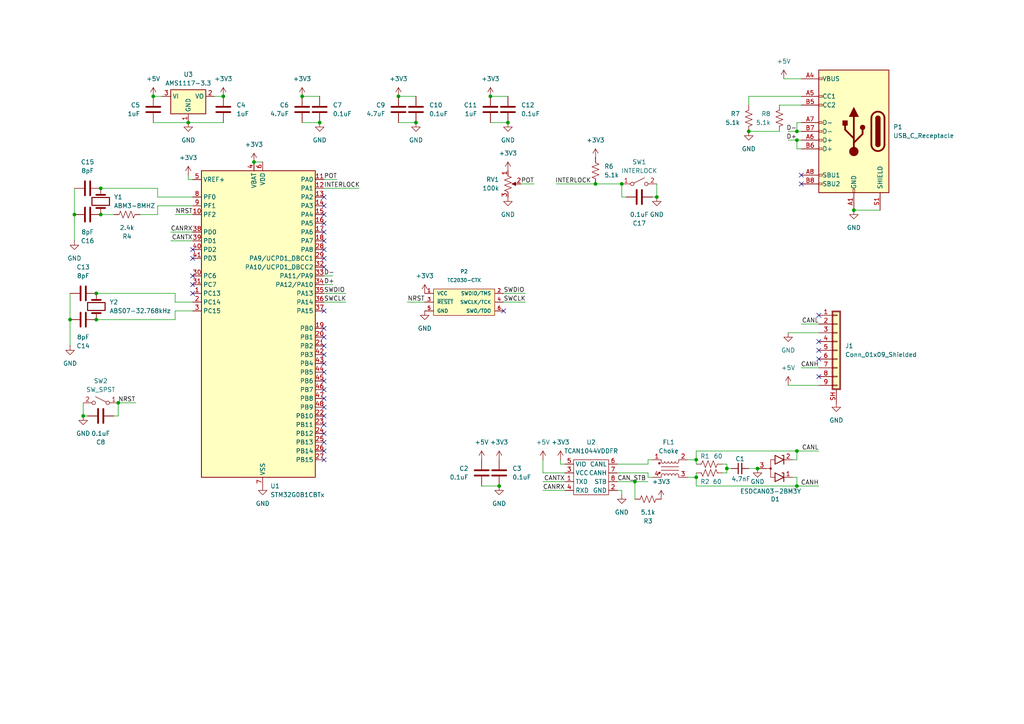
<source format=kicad_sch>
(kicad_sch (version 20231120) (generator "eeschema") (generator_version "8.0")
  (paper "A4")
  (title_block (title "Railspeeder Throttle Controller") (rev "v1") (company "UCSC Slugbotics") (comment 1 "::<>"))
  (lib_symbols
    (symbol "BlazeMicro:TC2030-CTX" (pin_names (offset 1.016))
      (property "Reference" "P" (at -1.27 -5.08 0))
      (property "Value" "TC2030-CTX" (at 0 5.08 0))
      (symbol "TC2030-CTX_0_1"
        (rectangle (start 8.89 3.81) (end -8.89 -3.81) (fill (type background)))
      )
      (symbol "TC2030-CTX_1_1"
        (pin passive line (at -11.43 2.54 0) (length 2.54) (name "VCC") (number "1"))
        (pin passive line (at 11.43 2.54 180) (length 2.54) (name "SWDIO/TMS") (number "2"))
        (pin passive line (at -11.43 0 0) (length 2.54) (name "~{RESET}") (number "3"))
        (pin passive line (at 11.43 0 180) (length 2.54) (name "SWCLK/TCK") (number "4"))
        (pin passive line (at -11.43 -2.54 0) (length 2.54) (name "GND") (number "5"))
        (pin passive line (at 11.43 -2.54 180) (length 2.54) (name "SWO/TDO") (number "6"))
      )
    )
    (symbol "Blaze_Lib:TCAN1044"
      (property "Reference" "U" (at 0 8.636 0))
      (property "Value" "TCAN1044VDDFR" (at -0.254 6.604 0))
      (symbol "TCAN1044_0_0"
        (pin output line (at -7.62 -1.27 0) (length 2.54) (name "TXD") (number "1"))
        (pin passive line (at 7.62 -3.81 180) (length 2.54) (name "GND") (number "2"))
        (pin power_in line (at -7.62 1.27 0) (length 2.54) (name "VCC") (number "3"))
        (pin input line (at -7.62 -3.81 0) (length 2.54) (name "RXD") (number "4"))
        (pin power_in line (at -7.62 3.81 0) (length 2.54) (name "VIO") (number "5"))
        (pin bidirectional line (at 7.62 3.81 180) (length 2.54) (name "CANL") (number "6"))
        (pin bidirectional line (at 7.62 1.27 180) (length 2.54) (name "CANH") (number "7"))
        (pin input line (at 7.62 -1.27 180) (length 2.54) (name "STB") (number "8"))
      )
      (symbol "TCAN1044_0_1"
        (rectangle (start -5.08 5.08) (end 5.08 -5.08))
      )
    )
    (symbol "Connector:USB_C_Receptacle_USB2.0_16P" (pin_names (offset 1.016))
      (property "Reference" "J" (at 0 22.225 0))
      (property "Value" "USB_C_Receptacle_USB2.0_16P" (at 0 19.685 0))
      (symbol "USB_C_Receptacle_USB2.0_16P_0_0"
        (rectangle (start -0.254 -17.78) (end 0.254 -16.764))
        (rectangle (start 10.16 -14.986) (end 9.144 -15.494))
        (rectangle (start 10.16 -12.446) (end 9.144 -12.954))
        (rectangle (start 10.16 -4.826) (end 9.144 -5.334))
        (rectangle (start 10.16 -2.286) (end 9.144 -2.794))
        (rectangle (start 10.16 0.254) (end 9.144 -0.254))
        (rectangle (start 10.16 2.794) (end 9.144 2.286))
        (rectangle (start 10.16 7.874) (end 9.144 7.366))
        (rectangle (start 10.16 10.414) (end 9.144 9.906))
        (rectangle (start 10.16 15.494) (end 9.144 14.986))
      )
      (symbol "USB_C_Receptacle_USB2.0_16P_0_1"
        (rectangle (start -10.16 17.78) (end 10.16 -17.78) (stroke (width 0.254)) (fill (type background)))
        (arc (start -8.89 -3.81) (mid -6.985 -5.7067) (end -5.08 -3.81) (stroke (width 0.508)))
        (arc (start -7.62 -3.81) (mid -6.985 -4.4423) (end -6.35 -3.81) (stroke (width 0.254)))
        (arc (start -7.62 -3.81) (mid -6.985 -4.4423) (end -6.35 -3.81) (stroke (width 0.254)) (fill (type outline)))
        (rectangle (start -7.62 -3.81) (end -6.35 3.81) (stroke (width 0.254)) (fill (type outline)))
        (arc (start -6.35 3.81) (mid -6.985 4.4423) (end -7.62 3.81) (stroke (width 0.254)))
        (arc (start -6.35 3.81) (mid -6.985 4.4423) (end -7.62 3.81) (stroke (width 0.254)) (fill (type outline)))
        (arc (start -5.08 3.81) (mid -6.985 5.7067) (end -8.89 3.81) (stroke (width 0.508)))
        (circle (center -2.54 1.143) (radius 0.635) (stroke (width 0.254)) (fill (type outline)))
        (circle (center 0 -5.842) (radius 1.27) (fill (type outline)))
        (polyline (pts (xy -8.89 -3.81) (xy -8.89 3.81)) (stroke (width 0.508)))
        (polyline (pts (xy -5.08 3.81) (xy -5.08 -3.81)) (stroke (width 0.508)))
        (polyline (pts (xy 0 -5.842) (xy 0 4.318)) (stroke (width 0.508)))
        (polyline (pts (xy 0 -3.302) (xy -2.54 -0.762) (xy -2.54 0.508)) (stroke (width 0.508)))
        (polyline (pts (xy 0 -2.032) (xy 2.54 0.508) (xy 2.54 1.778)) (stroke (width 0.508)))
        (polyline (pts (xy -1.27 4.318) (xy 0 6.858) (xy 1.27 4.318) (xy -1.27 4.318)) (stroke (width 0.254)) (fill (type outline)))
        (rectangle (start 1.905 1.778) (end 3.175 3.048) (stroke (width 0.254)) (fill (type outline)))
      )
      (symbol "USB_C_Receptacle_USB2.0_16P_1_1"
        (pin passive line (at 0 -22.86 90) (length 5.08) (name "GND") (number "A1"))
        (pin passive line (at 0 -22.86 90) (length 5.08) hide (name "GND") (number "A12"))
        (pin passive line (at 15.24 15.24 180) (length 5.08) (name "VBUS") (number "A4"))
        (pin bidirectional line (at 15.24 10.16 180) (length 5.08) (name "CC1") (number "A5"))
        (pin bidirectional line (at 15.24 -2.54 180) (length 5.08) (name "D+") (number "A6"))
        (pin bidirectional line (at 15.24 2.54 180) (length 5.08) (name "D-") (number "A7"))
        (pin bidirectional line (at 15.24 -12.7 180) (length 5.08) (name "SBU1") (number "A8"))
        (pin passive line (at 15.24 15.24 180) (length 5.08) hide (name "VBUS") (number "A9"))
        (pin passive line (at 0 -22.86 90) (length 5.08) hide (name "GND") (number "B1"))
        (pin passive line (at 0 -22.86 90) (length 5.08) hide (name "GND") (number "B12"))
        (pin passive line (at 15.24 15.24 180) (length 5.08) hide (name "VBUS") (number "B4"))
        (pin bidirectional line (at 15.24 7.62 180) (length 5.08) (name "CC2") (number "B5"))
        (pin bidirectional line (at 15.24 -5.08 180) (length 5.08) (name "D+") (number "B6"))
        (pin bidirectional line (at 15.24 0 180) (length 5.08) (name "D-") (number "B7"))
        (pin bidirectional line (at 15.24 -15.24 180) (length 5.08) (name "SBU2") (number "B8"))
        (pin passive line (at 15.24 15.24 180) (length 5.08) hide (name "VBUS") (number "B9"))
        (pin passive line (at -7.62 -22.86 90) (length 5.08) (name "SHIELD") (number "S1"))
      )
    )
    (symbol "Connector_Generic_Shielded:Conn_01x09_Shielded" (pin_names (offset 1.016) hide)
      (property "Reference" "J" (at 0.254 12.446 0))
      (property "Value" "Conn_01x09_Shielded" (at 1.016 -12.446 0))
      (symbol "Conn_01x09_Shielded_1_1"
        (rectangle (start -1.27 11.43) (end 1.27 -11.43) (stroke (width 0.1524)))
        (rectangle (start -1.016 -10.033) (end 0.254 -10.287) (stroke (width 0.1524)))
        (rectangle (start -1.016 -7.493) (end 0.254 -7.747) (stroke (width 0.1524)))
        (rectangle (start -1.016 -4.953) (end 0.254 -5.207) (stroke (width 0.1524)))
        (rectangle (start -1.016 -2.413) (end 0.254 -2.667) (stroke (width 0.1524)))
        (rectangle (start -1.016 0.127) (end 0.254 -0.127) (stroke (width 0.1524)))
        (rectangle (start -1.016 2.667) (end 0.254 2.413) (stroke (width 0.1524)))
        (rectangle (start -1.016 5.207) (end 0.254 4.953) (stroke (width 0.1524)))
        (rectangle (start -1.016 7.747) (end 0.254 7.493) (stroke (width 0.1524)))
        (rectangle (start -1.016 10.287) (end 0.254 10.033) (stroke (width 0.1524)))
        (rectangle (start -1.016 11.176) (end 1.016 -11.176) (stroke (width 0.254)) (fill (type background)))
        (pin passive line (at -5.08 10.16 0) (length 4.064) (name "Pin_1") (number "1"))
        (pin passive line (at -5.08 7.62 0) (length 4.064) (name "Pin_2") (number "2"))
        (pin passive line (at -5.08 5.08 0) (length 4.064) (name "Pin_3") (number "3"))
        (pin passive line (at -5.08 2.54 0) (length 4.064) (name "Pin_4") (number "4"))
        (pin passive line (at -5.08 0 0) (length 4.064) (name "Pin_5") (number "5"))
        (pin passive line (at -5.08 -2.54 0) (length 4.064) (name "Pin_6") (number "6"))
        (pin passive line (at -5.08 -5.08 0) (length 4.064) (name "Pin_7") (number "7"))
        (pin passive line (at -5.08 -7.62 0) (length 4.064) (name "Pin_8") (number "8"))
        (pin passive line (at -5.08 -10.16 0) (length 4.064) (name "Pin_9") (number "9"))
        (pin passive line (at 0 -15.24 90) (length 3.81) (name "Shield") (number "SH"))
      )
    )
    (symbol "Device:C" (pin_numbers hide) (pin_names (offset 0.254))
      (property "Reference" "C" (at 0.635 2.54 0))
      (property "Value" "C" (at 0.635 -2.54 0))
      (symbol "C_0_1"
        (polyline (pts (xy -2.032 -0.762) (xy 2.032 -0.762)) (stroke (width 0.508)))
        (polyline (pts (xy -2.032 0.762) (xy 2.032 0.762)) (stroke (width 0.508)))
      )
      (symbol "C_1_1"
        (pin passive line (at 0 3.81 270) (length 2.794) (name "~") (number "1"))
        (pin passive line (at 0 -3.81 90) (length 2.794) (name "~") (number "2"))
      )
    )
    (symbol "Device:C_Small" (pin_numbers hide) (pin_names (offset 0.254) hide)
      (property "Reference" "C" (at 0.254 1.778 0))
      (property "Value" "C_Small" (at 0.254 -2.032 0))
      (symbol "C_Small_0_1"
        (polyline (pts (xy -1.524 -0.508) (xy 1.524 -0.508)) (stroke (width 0.3302)))
        (polyline (pts (xy -1.524 0.508) (xy 1.524 0.508)) (stroke (width 0.3048)))
      )
      (symbol "C_Small_1_1"
        (pin passive line (at 0 2.54 270) (length 2.032) (name "~") (number "1"))
        (pin passive line (at 0 -2.54 90) (length 2.032) (name "~") (number "2"))
      )
    )
    (symbol "Device:Crystal" (pin_numbers hide) (pin_names (offset 1.016) hide)
      (property "Reference" "Y" (at 0 3.81 0))
      (property "Value" "Crystal" (at 0 -3.81 0))
      (symbol "Crystal_0_1"
        (rectangle (start -1.143 2.54) (end 1.143 -2.54) (stroke (width 0.3048)))
        (polyline (pts (xy -2.54 0) (xy -1.905 0)))
        (polyline (pts (xy -1.905 -1.27) (xy -1.905 1.27)) (stroke (width 0.508)))
        (polyline (pts (xy 1.905 -1.27) (xy 1.905 1.27)) (stroke (width 0.508)))
        (polyline (pts (xy 2.54 0) (xy 1.905 0)))
      )
      (symbol "Crystal_1_1"
        (pin passive line (at -3.81 0 0) (length 1.27) (name "1") (number "1"))
        (pin passive line (at 3.81 0 180) (length 1.27) (name "2") (number "2"))
      )
    )
    (symbol "Device:R_Potentiometer_US" (pin_names (offset 1.016) hide)
      (property "Reference" "RV" (at -4.445 0 90))
      (property "Value" "R_Potentiometer_US" (at -2.54 0 90))
      (symbol "R_Potentiometer_US_0_1"
        (polyline (pts (xy 0 -2.286) (xy 0 -2.54)))
        (polyline (pts (xy 0 2.54) (xy 0 2.286)))
        (polyline (pts (xy 2.54 0) (xy 1.524 0)))
        (polyline (pts (xy 1.143 0) (xy 2.286 0.508) (xy 2.286 -0.508) (xy 1.143 0)) (fill (type outline)))
        (polyline (pts (xy 0 -0.762) (xy 1.016 -1.143) (xy 0 -1.524) (xy -1.016 -1.905) (xy 0 -2.286)))
        (polyline (pts (xy 0 0.762) (xy 1.016 0.381) (xy 0 0) (xy -1.016 -0.381) (xy 0 -0.762)))
        (polyline (pts (xy 0 2.286) (xy 1.016 1.905) (xy 0 1.524) (xy -1.016 1.143) (xy 0 0.762)))
      )
      (symbol "R_Potentiometer_US_1_1"
        (pin passive line (at 0 3.81 270) (length 1.27) (name "1") (number "1"))
        (pin passive line (at 3.81 0 180) (length 1.27) (name "2") (number "2"))
        (pin passive line (at 0 -3.81 90) (length 1.27) (name "3") (number "3"))
      )
    )
    (symbol "Device:R_US" (pin_numbers hide) (pin_names (offset 0))
      (property "Reference" "R" (at 2.54 0 90))
      (property "Value" "R_US" (at -2.54 0 90))
      (symbol "R_US_0_1"
        (polyline (pts (xy 0 -2.286) (xy 0 -2.54)))
        (polyline (pts (xy 0 2.286) (xy 0 2.54)))
        (polyline (pts (xy 0 -0.762) (xy 1.016 -1.143) (xy 0 -1.524) (xy -1.016 -1.905) (xy 0 -2.286)))
        (polyline (pts (xy 0 0.762) (xy 1.016 0.381) (xy 0 0) (xy -1.016 -0.381) (xy 0 -0.762)))
        (polyline (pts (xy 0 2.286) (xy 1.016 1.905) (xy 0 1.524) (xy -1.016 1.143) (xy 0 0.762)))
      )
      (symbol "R_US_1_1"
        (pin passive line (at 0 3.81 270) (length 1.27) (name "~") (number "1"))
        (pin passive line (at 0 -3.81 90) (length 1.27) (name "~") (number "2"))
      )
    )
    (symbol "Filter:Choke_Coilcraft_0603USB-142" (pin_names (offset 0.254) hide)
      (property "Reference" "FL" (at 0 4.445 0))
      (property "Value" "Choke_Coilcraft_0603USB-142" (at 0 -4.445 0))
      (symbol "Choke_Coilcraft_0603USB-142_0_1"
        (circle (center -3.048 -1.27) (radius 0.254) (fill (type outline)))
        (circle (center -3.048 1.524) (radius 0.254) (fill (type outline)))
        (arc (start -2.54 2.032) (mid -2.032 1.5262) (end -1.524 2.032))
        (arc (start -1.524 -2.032) (mid -2.032 -1.5262) (end -2.54 -2.032))
        (arc (start -1.524 2.032) (mid -1.016 1.5262) (end -0.508 2.032))
        (arc (start -0.508 -2.032) (mid -1.016 -1.5262) (end -1.524 -2.032))
        (arc (start -0.508 2.032) (mid 0 1.5262) (end 0.508 2.032))
        (polyline (pts (xy -2.54 -2.032) (xy -2.54 -2.54)))
        (polyline (pts (xy -2.54 0.508) (xy 2.54 0.508)))
        (polyline (pts (xy -2.54 2.032) (xy -2.54 2.54)))
        (polyline (pts (xy 2.54 -2.032) (xy 2.54 -2.54)))
        (polyline (pts (xy 2.54 -0.508) (xy -2.54 -0.508)))
        (polyline (pts (xy 2.54 2.54) (xy 2.54 2.032)))
        (arc (start 0.508 -2.032) (mid 0 -1.5262) (end -0.508 -2.032))
        (arc (start 0.508 2.032) (mid 1.016 1.5262) (end 1.524 2.032))
        (arc (start 1.524 -2.032) (mid 1.016 -1.5262) (end 0.508 -2.032))
        (arc (start 1.524 2.032) (mid 2.032 1.5262) (end 2.54 2.032))
        (arc (start 2.54 -2.032) (mid 2.032 -1.5262) (end 1.524 -2.032))
      )
      (symbol "Choke_Coilcraft_0603USB-142_1_1"
        (pin passive line (at -5.08 2.54 0) (length 2.54) (name "1") (number "1"))
        (pin passive line (at 5.08 2.54 180) (length 2.54) (name "2") (number "2"))
        (pin passive line (at 5.08 -2.54 180) (length 2.54) (name "3") (number "3"))
        (pin passive line (at -5.08 -2.54 0) (length 2.54) (name "4") (number "4"))
      )
    )
    (symbol "MCU_ST_STM32G0:STM32G0B1CBTx"
      (property "Reference" "U" (at -15.24 46.99 0))
      (property "Value" "STM32G0B1CBTx" (at 5.08 46.99 0))
      (symbol "STM32G0B1CBTx_0_1"
        (rectangle (start -15.24 -43.18) (end 17.78 45.72) (stroke (width 0.254)) (fill (type background)))
      )
      (symbol "STM32G0B1CBTx_1_1"
        (pin bidirectional line (at -17.78 10.16 0) (length 2.54) (name "PC13") (number "1"))
        (pin bidirectional line (at -17.78 33.02 0) (length 2.54) (name "PF2") (number "10"))
        (pin bidirectional line (at 20.32 43.18 180) (length 2.54) (name "PA0") (number "11"))
        (pin bidirectional line (at 20.32 40.64 180) (length 2.54) (name "PA1") (number "12"))
        (pin bidirectional line (at 20.32 38.1 180) (length 2.54) (name "PA2") (number "13"))
        (pin bidirectional line (at 20.32 35.56 180) (length 2.54) (name "PA3") (number "14"))
        (pin bidirectional line (at 20.32 33.02 180) (length 2.54) (name "PA4") (number "15"))
        (pin bidirectional line (at 20.32 30.48 180) (length 2.54) (name "PA5") (number "16"))
        (pin bidirectional line (at 20.32 27.94 180) (length 2.54) (name "PA6") (number "17"))
        (pin bidirectional line (at 20.32 25.4 180) (length 2.54) (name "PA7") (number "18"))
        (pin bidirectional line (at 20.32 0 180) (length 2.54) (name "PB0") (number "19"))
        (pin bidirectional line (at -17.78 7.62 0) (length 2.54) (name "PC14") (number "2"))
        (pin bidirectional line (at 20.32 -2.54 180) (length 2.54) (name "PB1") (number "20"))
        (pin bidirectional line (at 20.32 -5.08 180) (length 2.54) (name "PB2") (number "21"))
        (pin bidirectional line (at 20.32 -25.4 180) (length 2.54) (name "PB10") (number "22"))
        (pin bidirectional line (at 20.32 -27.94 180) (length 2.54) (name "PB11") (number "23"))
        (pin bidirectional line (at 20.32 -30.48 180) (length 2.54) (name "PB12") (number "24"))
        (pin bidirectional line (at 20.32 -33.02 180) (length 2.54) (name "PB13") (number "25"))
        (pin bidirectional line (at 20.32 -35.56 180) (length 2.54) (name "PB14") (number "26"))
        (pin bidirectional line (at 20.32 -38.1 180) (length 2.54) (name "PB15") (number "27"))
        (pin bidirectional line (at 20.32 22.86 180) (length 2.54) (name "PA8") (number "28"))
        (pin bidirectional line (at 20.32 20.32 180) (length 2.54) (name "PA9/UCPD1_DBCC1") (number "29"))
        (pin bidirectional line (at -17.78 5.08 0) (length 2.54) (name "PC15") (number "3"))
        (pin bidirectional line (at -17.78 15.24 0) (length 2.54) (name "PC6") (number "30"))
        (pin bidirectional line (at -17.78 12.7 0) (length 2.54) (name "PC7") (number "31"))
        (pin bidirectional line (at 20.32 17.78 180) (length 2.54) (name "PA10/UCPD1_DBCC2") (number "32"))
        (pin bidirectional line (at 20.32 15.24 180) (length 2.54) (name "PA11/PA9") (number "33"))
        (pin bidirectional line (at 20.32 12.7 180) (length 2.54) (name "PA12/PA10") (number "34"))
        (pin bidirectional line (at 20.32 10.16 180) (length 2.54) (name "PA13") (number "35"))
        (pin bidirectional line (at 20.32 7.62 180) (length 2.54) (name "PA14") (number "36"))
        (pin bidirectional line (at 20.32 5.08 180) (length 2.54) (name "PA15") (number "37"))
        (pin bidirectional line (at -17.78 27.94 0) (length 2.54) (name "PD0") (number "38"))
        (pin bidirectional line (at -17.78 25.4 0) (length 2.54) (name "PD1") (number "39"))
        (pin power_in line (at 0 48.26 270) (length 2.54) (name "VBAT") (number "4"))
        (pin bidirectional line (at -17.78 22.86 0) (length 2.54) (name "PD2") (number "40"))
        (pin bidirectional line (at -17.78 20.32 0) (length 2.54) (name "PD3") (number "41"))
        (pin bidirectional line (at 20.32 -7.62 180) (length 2.54) (name "PB3") (number "42"))
        (pin bidirectional line (at 20.32 -10.16 180) (length 2.54) (name "PB4") (number "43"))
        (pin bidirectional line (at 20.32 -12.7 180) (length 2.54) (name "PB5") (number "44"))
        (pin bidirectional line (at 20.32 -15.24 180) (length 2.54) (name "PB6") (number "45"))
        (pin bidirectional line (at 20.32 -17.78 180) (length 2.54) (name "PB7") (number "46"))
        (pin bidirectional line (at 20.32 -20.32 180) (length 2.54) (name "PB8") (number "47"))
        (pin bidirectional line (at 20.32 -22.86 180) (length 2.54) (name "PB9") (number "48"))
        (pin input line (at -17.78 43.18 0) (length 2.54) (name "VREF+") (number "5"))
        (pin power_in line (at 2.54 48.26 270) (length 2.54) (name "VDD") (number "6"))
        (pin power_in line (at 2.54 -45.72 90) (length 2.54) (name "VSS") (number "7"))
        (pin bidirectional line (at -17.78 38.1 0) (length 2.54) (name "PF0") (number "8"))
        (pin bidirectional line (at -17.78 35.56 0) (length 2.54) (name "PF1") (number "9"))
      )
    )
    (symbol "Power_Protection:RCLAMP0582B" (pin_names hide)
      (property "Reference" "D" (at 0 5.08 0))
      (property "Value" "RCLAMP0582B" (at 0 -5.08 0))
      (symbol "RCLAMP0582B_0_1"
        (polyline (pts (xy -2.54 0) (xy -1.27 0)))
        (polyline (pts (xy -1.27 2.54) (xy -1.27 -2.54)))
        (polyline (pts (xy 0 2.54) (xy -1.27 2.54)) (stroke (width 0.1524)))
        (polyline (pts (xy 2.54 3.81) (xy 2.54 1.27) (xy 2.032 1.27)) (stroke (width 0.254)))
        (polyline (pts (xy 0 1.27) (xy 0 3.81) (xy 2.54 2.54) (xy 0 1.27)) (stroke (width 0.254)))
        (pin passive line (at -5.08 0 0) (length 2.54) (name "A") (number "3"))
      )
      (symbol "RCLAMP0582B_1_1"
        (circle (center -1.27 0) (radius 0.254) (fill (type outline)))
        (polyline (pts (xy 0 -2.54) (xy -1.27 -2.54)) (stroke (width 0.1524)))
        (polyline (pts (xy 2.54 -1.27) (xy 2.54 -3.81) (xy 2.032 -3.81)) (stroke (width 0.254)))
        (polyline (pts (xy 0 -3.81) (xy 0 -1.27) (xy 2.54 -2.54) (xy 0 -3.81)) (stroke (width 0.254)))
        (pin passive line (at 5.08 2.54 180) (length 2.54) (name "K1") (number "1"))
        (pin passive line (at 5.08 -2.54 180) (length 2.54) (name "K2") (number "2"))
      )
    )
    (symbol "Regulator_Linear:AMS1117-3.3"
      (property "Reference" "U" (at -3.81 3.175 0))
      (property "Value" "AMS1117-3.3" (at 0 3.175 0))
      (symbol "AMS1117-3.3_0_1"
        (rectangle (start -5.08 -5.08) (end 5.08 1.905) (stroke (width 0.254)) (fill (type background)))
      )
      (symbol "AMS1117-3.3_1_1"
        (pin power_in line (at 0 -7.62 90) (length 2.54) (name "GND") (number "1"))
        (pin power_out line (at 7.62 0 180) (length 2.54) (name "VO") (number "2"))
        (pin power_in line (at -7.62 0 0) (length 2.54) (name "VI") (number "3"))
      )
    )
    (symbol "Switch:SW_SPST" (pin_names (offset 0) hide)
      (property "Reference" "SW" (at 0 3.175 0))
      (property "Value" "SW_SPST" (at 0 -2.54 0))
      (symbol "SW_SPST_0_0"
        (circle (center -2.032 0) (radius 0.508))
        (polyline (pts (xy -1.524 0.254) (xy 1.524 1.778)))
        (circle (center 2.032 0) (radius 0.508))
      )
      (symbol "SW_SPST_1_1"
        (pin passive line (at -5.08 0 0) (length 2.54) (name "A") (number "1"))
        (pin passive line (at 5.08 0 180) (length 2.54) (name "B") (number "2"))
      )
    )
    (symbol "power:+3V3" (power) (pin_numbers hide) (pin_names (offset 0) hide)
      (property "Value" "+3V3" (at 0 3.556 0))
      (symbol "+3V3_0_1"
        (polyline (pts (xy -0.762 1.27) (xy 0 2.54)))
        (polyline (pts (xy 0 0) (xy 0 2.54)))
        (polyline (pts (xy 0 2.54) (xy 0.762 1.27)))
      )
      (symbol "+3V3_1_1"
        (pin power_in line (at 0 0 90) (length 0) (name "~") (number "1"))
      )
    )
    (symbol "power:+5V" (power) (pin_numbers hide) (pin_names (offset 0) hide)
      (property "Value" "+5V" (at 0 3.556 0))
      (symbol "+5V_0_1"
        (polyline (pts (xy -0.762 1.27) (xy 0 2.54)))
        (polyline (pts (xy 0 0) (xy 0 2.54)))
        (polyline (pts (xy 0 2.54) (xy 0.762 1.27)))
      )
      (symbol "+5V_1_1"
        (pin power_in line (at 0 0 90) (length 0) (name "~") (number "1"))
      )
    )
    (symbol "power:GND" (power) (pin_numbers hide) (pin_names (offset 0) hide)
      (property "Value" "GND" (at 0 -3.81 0))
      (symbol "GND_0_1"
        (polyline (pts (xy 0 0) (xy 0 -1.27) (xy 1.27 -1.27) (xy 0 -2.54) (xy -1.27 -1.27) (xy 0 -1.27)))
      )
      (symbol "GND_1_1"
        (pin power_in line (at 0 0 270) (length 0) (name "~") (number "1"))
      )
    )
  )
  (junction (at 147.32 35.56))
  (junction (at 201.93 138.43))
  (junction (at 184.15 139.7))
  (junction (at 172.72 53.34))
  (junction (at 44.45 27.94))
  (junction (at 190.5 57.15))
  (junction (at 142.24 27.94))
  (junction (at 24.13 120.65))
  (junction (at 231.14 38.1))
  (junction (at 73.66 46.99))
  (junction (at 120.65 35.56))
  (junction (at 21.59 62.23))
  (junction (at 64.77 27.94))
  (junction (at 219.71 135.89))
  (junction (at 231.14 130.81))
  (junction (at 20.32 92.71))
  (junction (at 29.21 54.61))
  (junction (at 201.93 133.35))
  (junction (at 231.14 40.64))
  (junction (at 87.63 27.94))
  (junction (at 34.29 116.84))
  (junction (at 231.14 140.97))
  (junction (at 29.21 62.23))
  (junction (at 92.71 35.56))
  (junction (at 27.94 92.71))
  (junction (at 144.78 140.97))
  (junction (at 54.61 35.56))
  (junction (at 217.17 38.1))
  (junction (at 115.57 27.94))
  (junction (at 27.94 85.09))
  (junction (at 247.65 60.96))
  (junction (at 180.34 53.34))
  (junction (at 210.82 135.89))
  (no_connect (at 93.98 90.17))
  (no_connect (at 93.98 130.81))
  (no_connect (at 93.98 125.73))
  (no_connect (at 237.49 104.14))
  (no_connect (at 93.98 113.03))
  (no_connect (at 93.98 57.15))
  (no_connect (at 93.98 133.35))
  (no_connect (at 232.41 53.34))
  (no_connect (at 55.88 82.55))
  (no_connect (at 93.98 105.41))
  (no_connect (at 93.98 74.93))
  (no_connect (at 237.49 109.22))
  (no_connect (at 93.98 120.65))
  (no_connect (at 93.98 67.31))
  (no_connect (at 93.98 59.69))
  (no_connect (at 93.98 97.79))
  (no_connect (at 55.88 85.09))
  (no_connect (at 93.98 107.95))
  (no_connect (at 93.98 102.87))
  (no_connect (at 93.98 77.47))
  (no_connect (at 93.98 62.23))
  (no_connect (at 237.49 99.06))
  (no_connect (at 237.49 101.6))
  (no_connect (at 93.98 100.33))
  (no_connect (at 93.98 69.85))
  (no_connect (at 55.88 72.39))
  (no_connect (at 93.98 115.57))
  (no_connect (at 232.41 50.8))
  (no_connect (at 93.98 118.11))
  (no_connect (at 93.98 110.49))
  (no_connect (at 146.05 90.17))
  (no_connect (at 93.98 72.39))
  (no_connect (at 93.98 123.19))
  (no_connect (at 55.88 80.01))
  (no_connect (at 93.98 64.77))
  (no_connect (at 237.49 91.44))
  (no_connect (at 55.88 74.93))
  (no_connect (at 93.98 95.25))
  (no_connect (at 93.98 128.27))
  (wire (pts (xy 180.34 142.24) (xy 179.07 142.24)))
  (wire (pts (xy 201.93 140.97) (xy 231.14 140.97)))
  (wire (pts (xy 73.66 46.99) (xy 76.2 46.99)))
  (wire (pts (xy 146.05 87.63) (xy 152.4 87.63)))
  (wire (pts (xy 49.53 67.31) (xy 55.88 67.31)))
  (wire (pts (xy 172.72 53.34) (xy 180.34 53.34)))
  (wire (pts (xy 180.34 57.15) (xy 180.34 53.34)))
  (wire (pts (xy 255.27 60.96) (xy 247.65 60.96)))
  (wire (pts (xy 93.98 54.61) (xy 104.14 54.61)))
  (wire (pts (xy 162.56 134.62) (xy 163.83 134.62)))
  (wire (pts (xy 40.64 62.23) (xy 45.72 62.23)))
  (wire (pts (xy 231.14 40.64) (xy 232.41 40.64)))
  (wire (pts (xy 199.39 138.43) (xy 201.93 138.43)))
  (wire (pts (xy 201.93 133.35) (xy 201.93 134.62)))
  (wire (pts (xy 229.87 138.43) (xy 231.14 138.43)))
  (wire (pts (xy 39.37 116.84) (xy 34.29 116.84)))
  (wire (pts (xy 64.77 27.94) (xy 62.23 27.94)))
  (wire (pts (xy 55.88 59.69) (xy 45.72 59.69)))
  (wire (pts (xy 50.8 62.23) (xy 55.88 62.23)))
  (wire (pts (xy 201.93 130.81) (xy 231.14 130.81)))
  (wire (pts (xy 49.53 69.85) (xy 55.88 69.85)))
  (wire (pts (xy 210.82 135.89) (xy 212.09 135.89)))
  (wire (pts (xy 50.8 87.63) (xy 55.88 87.63)))
  (wire (pts (xy 146.05 85.09) (xy 152.4 85.09)))
  (wire (pts (xy 199.39 133.35) (xy 201.93 133.35)))
  (wire (pts (xy 181.61 57.15) (xy 180.34 57.15)))
  (wire (pts (xy 142.24 27.94) (xy 147.32 27.94)))
  (wire (pts (xy 187.96 137.16) (xy 187.96 138.43)))
  (wire (pts (xy 201.93 138.43) (xy 201.93 140.97)))
  (wire (pts (xy 29.21 62.23) (xy 33.02 62.23)))
  (wire (pts (xy 157.48 137.16) (xy 157.48 133.35)))
  (wire (pts (xy 184.15 139.7) (xy 187.96 139.7)))
  (wire (pts (xy 179.07 134.62) (xy 187.96 134.62)))
  (wire (pts (xy 201.93 138.43) (xy 201.93 137.16)))
  (wire (pts (xy 20.32 100.33) (xy 20.32 92.71)))
  (wire (pts (xy 87.63 27.94) (xy 92.71 27.94)))
  (wire (pts (xy 232.41 43.18) (xy 231.14 43.18)))
  (wire (pts (xy 45.72 59.69) (xy 45.72 62.23)))
  (wire (pts (xy 231.14 133.35) (xy 231.14 130.81)))
  (wire (pts (xy 157.48 139.7) (xy 163.83 139.7)))
  (wire (pts (xy 231.14 38.1) (xy 232.41 38.1)))
  (wire (pts (xy 184.15 139.7) (xy 184.15 144.78)))
  (wire (pts (xy 45.72 57.15) (xy 55.88 57.15)))
  (wire (pts (xy 54.61 52.07) (xy 54.61 50.8)))
  (wire (pts (xy 93.98 87.63) (xy 100.33 87.63)))
  (wire (pts (xy 201.93 133.35) (xy 201.93 130.81)))
  (wire (pts (xy 209.55 137.16) (xy 210.82 137.16)))
  (wire (pts (xy 231.14 140.97) (xy 237.49 140.97)))
  (wire (pts (xy 20.32 85.09) (xy 20.32 92.71)))
  (wire (pts (xy 229.87 133.35) (xy 231.14 133.35)))
  (wire (pts (xy 189.23 57.15) (xy 190.5 57.15)))
  (wire (pts (xy 50.8 85.09) (xy 27.94 85.09)))
  (wire (pts (xy 21.59 54.61) (xy 21.59 62.23)))
  (wire (pts (xy 187.96 138.43) (xy 189.23 138.43)))
  (wire (pts (xy 34.29 120.65) (xy 34.29 116.84)))
  (wire (pts (xy 231.14 38.1) (xy 228.6 38.1)))
  (wire (pts (xy 226.06 38.1) (xy 217.17 38.1)))
  (wire (pts (xy 93.98 85.09) (xy 100.33 85.09)))
  (wire (pts (xy 115.57 35.56) (xy 120.65 35.56)))
  (wire (pts (xy 115.57 27.94) (xy 120.65 27.94)))
  (wire (pts (xy 232.41 30.48) (xy 226.06 30.48)))
  (wire (pts (xy 217.17 30.48) (xy 217.17 27.94)))
  (wire (pts (xy 54.61 35.56) (xy 64.77 35.56)))
  (wire (pts (xy 179.07 139.7) (xy 184.15 139.7)))
  (wire (pts (xy 161.29 53.34) (xy 172.72 53.34)))
  (wire (pts (xy 227.33 22.86) (xy 232.41 22.86)))
  (wire (pts (xy 232.41 93.98) (xy 237.49 93.98)))
  (wire (pts (xy 93.98 52.07) (xy 97.79 52.07)))
  (wire (pts (xy 228.6 111.76) (xy 237.49 111.76)))
  (wire (pts (xy 180.34 143.51) (xy 180.34 142.24)))
  (wire (pts (xy 139.7 140.97) (xy 144.78 140.97)))
  (wire (pts (xy 163.83 137.16) (xy 157.48 137.16)))
  (wire (pts (xy 179.07 137.16) (xy 187.96 137.16)))
  (wire (pts (xy 50.8 90.17) (xy 50.8 92.71)))
  (wire (pts (xy 87.63 35.56) (xy 92.71 35.56)))
  (wire (pts (xy 151.13 53.34) (xy 154.94 53.34)))
  (wire (pts (xy 210.82 137.16) (xy 210.82 135.89)))
  (wire (pts (xy 157.48 142.24) (xy 163.83 142.24)))
  (wire (pts (xy 232.41 106.68) (xy 237.49 106.68)))
  (wire (pts (xy 50.8 87.63) (xy 50.8 85.09)))
  (wire (pts (xy 118.11 87.63) (xy 123.19 87.63)))
  (wire (pts (xy 187.96 134.62) (xy 187.96 133.35)))
  (wire (pts (xy 231.14 138.43) (xy 231.14 140.97)))
  (wire (pts (xy 54.61 52.07) (xy 55.88 52.07)))
  (wire (pts (xy 231.14 130.81) (xy 237.49 130.81)))
  (wire (pts (xy 24.13 120.65) (xy 24.13 116.84)))
  (wire (pts (xy 50.8 90.17) (xy 55.88 90.17)))
  (wire (pts (xy 93.98 80.01) (xy 96.52 80.01)))
  (wire (pts (xy 231.14 40.64) (xy 228.6 40.64)))
  (wire (pts (xy 228.6 96.52) (xy 237.49 96.52)))
  (wire (pts (xy 217.17 27.94) (xy 232.41 27.94)))
  (wire (pts (xy 44.45 27.94) (xy 46.99 27.94)))
  (wire (pts (xy 232.41 35.56) (xy 231.14 35.56)))
  (wire (pts (xy 187.96 133.35) (xy 189.23 133.35)))
  (wire (pts (xy 142.24 35.56) (xy 147.32 35.56)))
  (wire (pts (xy 33.02 120.65) (xy 34.29 120.65)))
  (wire (pts (xy 231.14 35.56) (xy 231.14 38.1)))
  (wire (pts (xy 45.72 54.61) (xy 45.72 57.15)))
  (wire (pts (xy 93.98 82.55) (xy 96.52 82.55)))
  (wire (pts (xy 162.56 133.35) (xy 162.56 134.62)))
  (wire (pts (xy 44.45 35.56) (xy 54.61 35.56)))
  (wire (pts (xy 231.14 43.18) (xy 231.14 40.64)))
  (wire (pts (xy 21.59 69.85) (xy 21.59 62.23)))
  (wire (pts (xy 210.82 134.62) (xy 210.82 135.89)))
  (wire (pts (xy 209.55 134.62) (xy 210.82 134.62)))
  (wire (pts (xy 29.21 54.61) (xy 45.72 54.61)))
  (wire (pts (xy 217.17 135.89) (xy 219.71 135.89)))
  (wire (pts (xy 190.5 57.15) (xy 190.5 53.34)))
  (wire (pts (xy 50.8 92.71) (xy 27.94 92.71)))
  (wire (pts (xy 25.4 120.65) (xy 24.13 120.65)))
  (label "CANTX" (at 163.83 139.7 180))
  (label "CANRX" (at 163.83 142.24 180))
  (label "CANH" (at 237.49 140.97 180))
  (label "NRST" (at 55.88 62.23 180))
  (label "CANTX" (at 55.88 69.85 180))
  (label "CANL" (at 237.49 93.98 180))
  (label "POT" (at 151.13 53.34 0))
  (label "SWCLK" (at 93.98 87.63 0))
  (label "D+" (at 231.14 40.64 180))
  (label "INTERLOCK" (at 93.98 54.61 0))
  (label "POT" (at 93.98 52.07 0))
  (label "NRST" (at 34.29 116.84 0))
  (label "CANRX" (at 55.88 67.31 180))
  (label "D+" (at 93.98 82.55 0))
  (label "SWCLK" (at 146.05 87.63 0))
  (label "SWDIO" (at 93.98 85.09 0))
  (label "D-" (at 93.98 80.01 0))
  (label "CAN_STB" (at 179.07 139.7 0))
  (label "CANL" (at 237.49 130.81 180))
  (label "D-" (at 231.14 38.1 180))
  (label "CANH" (at 237.49 106.68 180))
  (label "SWDIO" (at 146.05 85.09 0))
  (label "NRST" (at 123.19 87.63 180))
  (label "INTERLOCK" (at 171.45 53.34 180))
  (symbol (lib_id "power:+3V3") (at 144.78 133.35 0) (unit 1)
    (property "Reference" "#PWR02" (effects (hide yes)))
    (property "Value" "+3V3" (at 144.78 128.27 0))
    (property "Description" "Power symbol creates a global label with name \"+3V3\"" (effects (hide yes)))
  )
  (symbol (lib_id "Device:C") (at 120.65 31.75 0) (unit 1)
    (property "Reference" "C10" (at 124.46 30.4799 0) (effects (justify left)))
    (property "Value" "0.1uF" (at 124.46 33.0199 0) (effects (justify left)))
    (property "Footprint" "Capacitor_SMD:C_0603_1608Metric" (effects (hide yes)))
    (property "Description" "Unpolarized capacitor" (effects (hide yes)))
  )
  (symbol (lib_id "power:GND") (at 21.59 69.85 0) (unit 1)
    (property "Reference" "#PWR020" (effects (hide yes)))
    (property "Value" "GND" (at 21.59 74.93 0))
    (property "Description" "Power symbol creates a global label with name \"GND\" , ground" (effects (hide yes)))
  )
  (symbol (lib_id "power:+3V3") (at 64.77 27.94 0) (unit 1)
    (property "Reference" "#PWR013" (effects (hide yes)))
    (property "Value" "+3V3" (at 64.77 22.86 0))
    (property "Description" "Power symbol creates a global label with name \"+3V3\"" (effects (hide yes)))
  )
  (symbol (lib_id "power:+3V3") (at 139.7 133.35 0) (unit 1)
    (property "Reference" "#PWR01" (effects (hide yes)))
    (property "Value" "+5V" (at 139.7 128.27 0))
    (property "Description" "Power symbol creates a global label with name \"+3V3\"" (effects (hide yes)))
  )
  (symbol (lib_id "Device:C") (at 29.21 120.65 90) (unit 1)
    (property "Reference" "C8" (at 29.21 128.27 90))
    (property "Value" "0.1uF" (at 29.21 125.73 90))
    (property "Description" "Unpolarized capacitor" (effects (hide yes)))
  )
  (symbol (lib_id "power:GND") (at 20.32 100.33 0) (unit 1)
    (property "Reference" "#PWR021" (effects (hide yes)))
    (property "Value" "GND" (at 20.32 105.41 0))
    (property "Description" "Power symbol creates a global label with name \"GND\" , ground" (effects (hide yes)))
  )
  (symbol (lib_id "Device:C") (at 87.63 31.75 0) (mirror y) (unit 1)
    (property "Reference" "C6" (at 83.82 30.4799 0) (effects (justify left)))
    (property "Value" "4.7uF" (at 83.82 33.0199 0) (effects (justify left)))
    (property "Footprint" "Capacitor_SMD:C_0603_1608Metric" (effects (hide yes)))
    (property "Description" "Unpolarized capacitor" (effects (hide yes)))
  )
  (symbol (lib_id "Device:R_US") (at 205.74 137.16 90) (mirror x) (unit 1)
    (property "Reference" "R2" (at 204.47 139.7 90))
    (property "Value" "60" (at 208.026 139.7 90))
    (property "Footprint" "Resistor_SMD:R_0603_1608Metric" (effects (hide yes)))
    (property "Description" "Resistor, US symbol" (effects (hide yes)))
  )
  (symbol (lib_id "Device:R_Potentiometer_US") (at 147.32 53.34 0) (unit 1)
    (property "Reference" "RV1" (at 144.78 52.0699 0) (effects (justify right)))
    (property "Value" "100k" (at 144.78 54.6099 0) (effects (justify right)))
    (property "Description" "Potentiometer, US symbol" (effects (hide yes)))
  )
  (symbol (lib_id "Device:C") (at 44.45 31.75 0) (mirror y) (unit 1)
    (property "Reference" "C5" (at 40.64 30.4799 0) (effects (justify left)))
    (property "Value" "1uF" (at 40.64 33.0199 0) (effects (justify left)))
    (property "Description" "Unpolarized capacitor" (effects (hide yes)))
  )
  (symbol (lib_id "Device:Crystal") (at 29.21 58.42 90) (unit 1)
    (property "Reference" "Y1" (at 33.02 57.1499 90) (effects (justify right)))
    (property "Value" "ABM3-8MHZ" (at 33.02 59.6899 90) (effects (justify right)))
    (property "Description" "Two pin crystal" (effects (hide yes)))
  )
  (symbol (lib_id "Device:C") (at 25.4 54.61 270) (unit 1)
    (property "Reference" "C15" (at 25.4 46.99 90))
    (property "Value" "8pF" (at 25.4 49.53 90))
    (property "Description" "Unpolarized capacitor" (effects (hide yes)))
  )
  (symbol (lib_id "power:GND") (at 217.17 38.1 0) (mirror y) (unit 1)
    (property "Reference" "#PWR030" (effects (hide yes)))
    (property "Value" "GND" (at 217.17 43.18 0))
    (property "Description" "Power symbol creates a global label with name \"GND\" , ground" (effects (hide yes)))
  )
  (symbol (lib_id "power:+3V3") (at 73.66 46.99 0) (unit 1)
    (property "Reference" "#PWR017" (effects (hide yes)))
    (property "Value" "+3V3" (at 73.66 41.91 0))
    (property "Description" "Power symbol creates a global label with name \"+3V3\"" (effects (hide yes)))
  )
  (symbol (lib_id "power:+3V3") (at 228.6 111.76 0) (unit 1)
    (property "Reference" "#PWR09" (effects (hide yes)))
    (property "Value" "+5V" (at 228.6 106.68 0))
    (property "Description" "Power symbol creates a global label with name \"+3V3\"" (effects (hide yes)))
  )
  (symbol (lib_id "power:GND") (at 120.65 35.56 0) (unit 1)
    (property "Reference" "#PWR033" (effects (hide yes)))
    (property "Value" "GND" (at 120.65 40.64 0))
    (property "Description" "Power symbol creates a global label with name \"GND\" , ground" (effects (hide yes)))
  )
  (symbol (lib_id "Device:C") (at 139.7 137.16 0) (mirror y) (unit 1)
    (property "Reference" "C2" (at 135.89 135.8899 0) (effects (justify left)))
    (property "Value" "0.1uF" (at 135.89 138.4299 0) (effects (justify left)))
    (property "Footprint" "Capacitor_SMD:C_0603_1608Metric" (effects (hide yes)))
    (property "Description" "Unpolarized capacitor" (effects (hide yes)))
  )
  (symbol (lib_id "power:+3V3") (at 115.57 27.94 0) (unit 1)
    (property "Reference" "#PWR032" (effects (hide yes)))
    (property "Value" "+3V3" (at 115.57 22.86 0))
    (property "Description" "Power symbol creates a global label with name \"+3V3\"" (effects (hide yes)))
  )
  (symbol (lib_id "Device:Crystal") (at 27.94 88.9 90) (unit 1)
    (property "Reference" "Y2" (at 31.75 87.6299 90) (effects (justify right)))
    (property "Value" "ABS07-32.768kHz" (at 31.75 90.1699 90) (effects (justify right)))
    (property "Description" "Two pin crystal" (effects (hide yes)))
  )
  (symbol (lib_id "power:+3V3") (at 87.63 27.94 0) (unit 1)
    (property "Reference" "#PWR023" (effects (hide yes)))
    (property "Value" "+3V3" (at 87.63 22.86 0))
    (property "Description" "Power symbol creates a global label with name \"+3V3\"" (effects (hide yes)))
  )
  (symbol (lib_id "power:GND") (at 76.2 140.97 0) (unit 1)
    (property "Reference" "#PWR018" (effects (hide yes)))
    (property "Value" "GND" (at 76.2 146.05 0))
    (property "Description" "Power symbol creates a global label with name \"GND\" , ground" (effects (hide yes)))
  )
  (symbol (lib_id "Connector:USB_C_Receptacle_USB2.0_16P") (at 247.65 38.1 0) (mirror y) (unit 1)
    (property "Reference" "P1" (at 259.08 36.8299 0) (effects (justify right)))
    (property "Value" "USB_C_Receptacle" (at 259.08 39.3699 0) (effects (justify right)))
    (property "Footprint" "Connector_USB:USB_C_Receptacle_HCTL_HC-TYPE-C-16P-01A" (effects (hide yes)))
    (property "Datasheet" "https://www.usb.org/sites/default/files/documents/usb_type-c.zip" (effects (hide yes)))
    (property "Description" "USB 2.0-only 16P Type-C Receptacle connector" (effects (hide yes)))
  )
  (symbol (lib_id "power:GND") (at 219.71 135.89 0) (unit 1)
    (property "Reference" "#PWR05" (effects (hide yes)))
    (property "Value" "GND" (at 219.71 139.7 0))
    (property "Description" "Power symbol creates a global label with name \"GND\" , ground" (effects (hide yes)))
  )
  (symbol (lib_id "Device:C") (at 64.77 31.75 0) (unit 1)
    (property "Reference" "C4" (at 68.58 30.4799 0) (effects (justify left)))
    (property "Value" "1uF" (at 68.58 33.0199 0) (effects (justify left)))
    (property "Description" "Unpolarized capacitor" (effects (hide yes)))
  )
  (symbol (lib_id "power:+3V3") (at 123.19 85.09 0) (unit 1)
    (property "Reference" "#PWR024" (effects (hide yes)))
    (property "Value" "+3V3" (at 123.19 80.01 0))
    (property "Description" "Power symbol creates a global label with name \"+3V3\"" (effects (hide yes)))
  )
  (symbol (lib_id "Device:R_US") (at 226.06 34.29 0) (mirror y) (unit 1)
    (property "Reference" "R8" (at 223.52 33.0199 0) (effects (justify left)))
    (property "Value" "5.1k" (at 223.52 35.5599 0) (effects (justify left)))
    (property "Footprint" "Resistor_SMD:R_0603_1608Metric" (effects (hide yes)))
    (property "Description" "Resistor, US symbol" (effects (hide yes)))
  )
  (symbol (lib_id "Blaze_Lib:TCAN1044") (at 171.45 138.43 0) (unit 1)
    (property "Reference" "U2" (at 171.45 128.27 0))
    (property "Value" "TCAN1044VDDFR" (at 171.45 130.81 0))
    (property "Footprint" "Package_SON:Texas_S-PVSON-N8" (effects (hide yes)))
  )
  (symbol (lib_id "power:+3V3") (at 142.24 27.94 0) (unit 1)
    (property "Reference" "#PWR034" (effects (hide yes)))
    (property "Value" "+3V3" (at 142.24 22.86 0))
    (property "Description" "Power symbol creates a global label with name \"+3V3\"" (effects (hide yes)))
  )
  (symbol (lib_id "power:+3V3") (at 191.77 144.78 0) (unit 1)
    (property "Reference" "#PWR08" (effects (hide yes)))
    (property "Value" "+3V3" (at 191.77 139.7 0))
    (property "Description" "Power symbol creates a global label with name \"+3V3\"" (effects (hide yes)))
  )
  (symbol (lib_id "power:GND") (at 147.32 57.15 0) (unit 1)
    (property "Reference" "#PWR016" (effects (hide yes)))
    (property "Value" "GND" (at 147.32 62.23 0))
    (property "Description" "Power symbol creates a global label with name \"GND\" , ground" (effects (hide yes)))
  )
  (symbol (lib_id "Device:R_US") (at 172.72 49.53 0) (unit 1)
    (property "Reference" "R6" (at 175.26 48.2599 0) (effects (justify left)))
    (property "Value" "5.1k" (at 175.26 50.7999 0) (effects (justify left)))
    (property "Description" "Resistor, US symbol" (effects (hide yes)))
  )
  (symbol (lib_id "Device:R_US") (at 205.74 134.62 90) (unit 1)
    (property "Reference" "R1" (at 204.47 132.334 90))
    (property "Value" "60" (at 208.28 132.334 90))
    (property "Footprint" "Resistor_SMD:R_0603_1608Metric" (effects (hide yes)))
    (property "Description" "Resistor, US symbol" (effects (hide yes)))
  )
  (symbol (lib_id "power:+3V3") (at 162.56 133.35 0) (unit 1)
    (property "Reference" "#PWR04" (effects (hide yes)))
    (property "Value" "+3V3" (at 162.56 128.27 0))
    (property "Description" "Power symbol creates a global label with name \"+3V3\"" (effects (hide yes)))
  )
  (symbol (lib_id "Device:R_US") (at 187.96 144.78 90) (unit 1)
    (property "Reference" "R3" (at 187.96 151.13 90))
    (property "Value" "5.1k" (at 187.96 148.59 90))
    (property "Footprint" "Resistor_SMD:R_0603_1608Metric" (effects (hide yes)))
    (property "Description" "Resistor, US symbol" (effects (hide yes)))
  )
  (symbol (lib_id "power:GND") (at 180.34 143.51 0) (unit 1)
    (property "Reference" "#PWR07" (effects (hide yes)))
    (property "Value" "GND" (at 180.34 148.59 0))
    (property "Description" "Power symbol creates a global label with name \"GND\" , ground" (effects (hide yes)))
  )
  (symbol (lib_id "power:GND") (at 147.32 35.56 0) (unit 1)
    (property "Reference" "#PWR035" (effects (hide yes)))
    (property "Value" "GND" (at 147.32 40.64 0))
    (property "Description" "Power symbol creates a global label with name \"GND\" , ground" (effects (hide yes)))
  )
  (symbol (lib_id "power:GND") (at 242.57 116.84 0) (unit 1)
    (property "Reference" "#PWR011" (effects (hide yes)))
    (property "Value" "GND" (at 242.57 121.92 0))
    (property "Description" "Power symbol creates a global label with name \"GND\" , ground" (effects (hide yes)))
  )
  (symbol (lib_id "Switch:SW_SPST") (at 29.21 116.84 0) (mirror y) (unit 1)
    (property "Reference" "SW2" (at 29.21 110.49 0))
    (property "Value" "SW_SPST" (at 29.21 113.03 0))
    (property "Description" "Single Pole Single Throw (SPST) switch" (effects (hide yes)))
  )
  (symbol (lib_id "Switch:SW_SPST") (at 185.42 53.34 0) (unit 1)
    (property "Reference" "SW1" (at 185.42 46.99 0))
    (property "Value" "INTERLOCK" (at 185.42 49.53 0))
    (property "Description" "Single Pole Single Throw (SPST) switch" (effects (hide yes)))
  )
  (symbol (lib_id "Connector_Generic_Shielded:Conn_01x09_Shielded") (at 242.57 101.6 0) (unit 1)
    (property "Reference" "J1" (at 245.11 100.3299 0) (effects (justify left)))
    (property "Value" "Conn_01x09_Shielded" (at 245.11 102.8699 0) (effects (justify left)))
    (property "Description" "Generic shielded connector, single row, 01x09, script generated (kicad-library-utils/schlib/autogen/connector/)" (effects (hide yes)))
  )
  (symbol (lib_id "power:GND") (at 190.5 57.15 0) (unit 1)
    (property "Reference" "#PWR027" (effects (hide yes)))
    (property "Value" "GND" (at 190.5 62.23 0))
    (property "Description" "Power symbol creates a global label with name \"GND\" , ground" (effects (hide yes)))
  )
  (symbol (lib_id "power:+3V3") (at 54.61 50.8 0) (unit 1)
    (property "Reference" "#PWR019" (effects (hide yes)))
    (property "Value" "+3V3" (at 54.61 45.72 0))
    (property "Description" "Power symbol creates a global label with name \"+3V3\"" (effects (hide yes)))
  )
  (symbol (lib_id "Device:C") (at 147.32 31.75 0) (unit 1)
    (property "Reference" "C12" (at 151.13 30.4799 0) (effects (justify left)))
    (property "Value" "0.1uF" (at 151.13 33.0199 0) (effects (justify left)))
    (property "Footprint" "Capacitor_SMD:C_0603_1608Metric" (effects (hide yes)))
    (property "Description" "Unpolarized capacitor" (effects (hide yes)))
  )
  (symbol (lib_id "Device:C_Small") (at 214.63 135.89 90) (unit 1)
    (property "Reference" "C1" (at 214.63 133.096 90))
    (property "Value" "4.7nF" (at 214.884 138.938 90))
    (property "Footprint" "Capacitor_SMD:C_0603_1608Metric" (effects (hide yes)))
    (property "Description" "Unpolarized capacitor, small symbol" (effects (hide yes)))
  )
  (symbol (lib_id "power:GND") (at 123.19 90.17 0) (unit 1)
    (property "Reference" "#PWR025" (effects (hide yes)))
    (property "Value" "GND" (at 123.19 95.25 0))
    (property "Description" "Power symbol creates a global label with name \"GND\" , ground" (effects (hide yes)))
  )
  (symbol (lib_id "Device:C") (at 24.13 85.09 270) (unit 1)
    (property "Reference" "C13" (at 24.13 77.47 90))
    (property "Value" "8pF" (at 24.13 80.01 90))
    (property "Description" "Unpolarized capacitor" (effects (hide yes)))
  )
  (symbol (lib_id "power:GND") (at 247.65 60.96 0) (mirror y) (unit 1)
    (property "Reference" "#PWR031" (effects (hide yes)))
    (property "Value" "GND" (at 247.65 66.04 0))
    (property "Description" "Power symbol creates a global label with name \"GND\" , ground" (effects (hide yes)))
  )
  (symbol (lib_id "power:+5V") (at 44.45 27.94 0) (unit 1)
    (property "Reference" "#PWR014" (effects (hide yes)))
    (property "Value" "+5V" (at 44.45 22.86 0))
    (property "Description" "Power symbol creates a global label with name \"+5V\"" (effects (hide yes)))
  )
  (symbol (lib_id "Device:C") (at 92.71 31.75 0) (unit 1)
    (property "Reference" "C7" (at 96.52 30.4799 0) (effects (justify left)))
    (property "Value" "0.1uF" (at 96.52 33.0199 0) (effects (justify left)))
    (property "Footprint" "Capacitor_SMD:C_0603_1608Metric" (effects (hide yes)))
    (property "Description" "Unpolarized capacitor" (effects (hide yes)))
  )
  (symbol (lib_id "Device:C") (at 24.13 92.71 90) (unit 1)
    (property "Reference" "C14" (at 24.13 100.33 90))
    (property "Value" "8pF" (at 24.13 97.79 90))
    (property "Description" "Unpolarized capacitor" (effects (hide yes)))
  )
  (symbol (lib_id "Device:C") (at 185.42 57.15 90) (unit 1)
    (property "Reference" "C17" (at 185.42 64.77 90))
    (property "Value" "0.1uF" (at 185.42 62.23 90))
    (property "Description" "Unpolarized capacitor" (effects (hide yes)))
  )
  (symbol (lib_id "Device:R_US") (at 217.17 34.29 0) (mirror y) (unit 1)
    (property "Reference" "R7" (at 214.63 33.0199 0) (effects (justify left)))
    (property "Value" "5.1k" (at 214.63 35.5599 0) (effects (justify left)))
    (property "Footprint" "Resistor_SMD:R_0603_1608Metric" (effects (hide yes)))
    (property "Description" "Resistor, US symbol" (effects (hide yes)))
  )
  (symbol (lib_id "power:GND") (at 54.61 35.56 0) (unit 1)
    (property "Reference" "#PWR012" (effects (hide yes)))
    (property "Value" "GND" (at 54.61 40.64 0))
    (property "Description" "Power symbol creates a global label with name \"GND\" , ground" (effects (hide yes)))
  )
  (symbol (lib_id "power:+5V") (at 227.33 22.86 0) (unit 1)
    (property "Reference" "#PWR029" (effects (hide yes)))
    (property "Value" "+5V" (at 227.33 17.78 0))
    (property "Description" "Power symbol creates a global label with name \"+5V\"" (effects (hide yes)))
  )
  (symbol (lib_id "Regulator_Linear:AMS1117-3.3") (at 54.61 27.94 0) (unit 1)
    (property "Reference" "U3" (at 54.61 21.59 0))
    (property "Value" "AMS1117-3.3" (at 54.61 24.13 0))
    (property "Footprint" "Package_TO_SOT_SMD:SOT-223-3_TabPin2" (effects (hide yes)))
    (property "Datasheet" "http://www.advanced-monolithic.com/pdf/ds1117.pdf" (effects (hide yes)))
    (property "Description" "1A Low Dropout regulator, positive, 3.3V fixed output, SOT-223" (effects (hide yes)))
  )
  (symbol (lib_id "Device:C") (at 142.24 31.75 0) (mirror y) (unit 1)
    (property "Reference" "C11" (at 138.43 30.4799 0) (effects (justify left)))
    (property "Value" "1uF" (at 138.43 33.0199 0) (effects (justify left)))
    (property "Footprint" "Capacitor_SMD:C_0603_1608Metric" (effects (hide yes)))
    (property "Description" "Unpolarized capacitor" (effects (hide yes)))
  )
  (symbol (lib_id "MCU_ST_STM32G0:STM32G0B1CBTx") (at 73.66 95.25 0) (unit 1)
    (property "Reference" "U1" (at 78.3941 140.97 0) (effects (justify left)))
    (property "Value" "STM32G0B1CBTx" (at 78.3941 143.51 0) (effects (justify left)))
    (property "Footprint" "Package_QFP:LQFP-48_7x7mm_P0.5mm" (effects (hide yes)))
    (property "Datasheet" "https://www.st.com/resource/en/datasheet/stm32g0b1cb.pdf" (effects (hide yes)))
    (property "Description" "STMicroelectronics Arm Cortex-M0+ MCU, 128KB flash, 144KB RAM, 64 MHz, 1.7-3.6V, 44 GPIO, LQFP48" (effects (hide yes)))
  )
  (symbol (lib_id "Filter:Choke_Coilcraft_0603USB-142") (at 194.31 135.89 0) (unit 1)
    (property "Reference" "FL1" (at 193.929 128.27 0))
    (property "Value" "Choke" (at 193.929 130.81 0))
    (property "Footprint" "Inductor_SMD:L_CommonModeChoke_Coilcraft_0603USB" (effects (hide yes)))
    (property "Datasheet" "https://www.coilcraft.com/pdfs/0603usb.pdf" (effects (hide yes)))
    (property "Description" "Common mode choke, 500mA, 250VAC, 98nH, 174mohm, 1.9Ghz," (effects (hide yes)))
  )
  (symbol (lib_id "BlazeMicro:TC2030-CTX") (at 134.62 87.63 0) (unit 1)
    (property "Reference" "P2" (at 134.62 78.74 0) (effects (font (size 1.016 1.016))))
    (property "Value" "TC2030-CTX" (at 134.62 81.28 0) (effects (font (size 1.016 1.016))))
    (property "Footprint" "BlazeMicro:TC2030-IDC-NL" (effects (hide yes)))
  )
  (symbol (lib_id "power:GND") (at 144.78 140.97 0) (unit 1)
    (property "Reference" "#PWR06" (effects (hide yes)))
    (property "Value" "GND" (at 144.78 146.05 0))
    (property "Description" "Power symbol creates a global label with name \"GND\" , ground" (effects (hide yes)))
  )
  (symbol (lib_id "power:+3V3") (at 172.72 45.72 0) (unit 1)
    (property "Reference" "#PWR022" (effects (hide yes)))
    (property "Value" "+3V3" (at 172.72 40.64 0))
    (property "Description" "Power symbol creates a global label with name \"+3V3\"" (effects (hide yes)))
  )
  (symbol (lib_id "power:+3V3") (at 157.48 133.35 0) (unit 1)
    (property "Reference" "#PWR03" (effects (hide yes)))
    (property "Value" "+5V" (at 157.48 128.27 0))
    (property "Description" "Power symbol creates a global label with name \"+3V3\"" (effects (hide yes)))
  )
  (symbol (lib_id "Device:C") (at 115.57 31.75 0) (mirror y) (unit 1)
    (property "Reference" "C9" (at 111.76 30.4799 0) (effects (justify left)))
    (property "Value" "4.7uF" (at 111.76 33.0199 0) (effects (justify left)))
    (property "Footprint" "Capacitor_SMD:C_0603_1608Metric" (effects (hide yes)))
    (property "Description" "Unpolarized capacitor" (effects (hide yes)))
  )
  (symbol (lib_id "Device:C") (at 25.4 62.23 90) (unit 1)
    (property "Reference" "C16" (at 25.4 69.85 90))
    (property "Value" "8pF" (at 25.4 67.31 90))
    (property "Description" "Unpolarized capacitor" (effects (hide yes)))
  )
  (symbol (lib_id "power:GND") (at 92.71 35.56 0) (unit 1)
    (property "Reference" "#PWR026" (effects (hide yes)))
    (property "Value" "GND" (at 92.71 40.64 0))
    (property "Description" "Power symbol creates a global label with name \"GND\" , ground" (effects (hide yes)))
  )
  (symbol (lib_id "power:GND") (at 228.6 96.52 0) (unit 1)
    (property "Reference" "#PWR010" (effects (hide yes)))
    (property "Value" "GND" (at 228.6 101.6 0))
    (property "Description" "Power symbol creates a global label with name \"GND\" , ground" (effects (hide yes)))
  )
  (symbol (lib_id "Power_Protection:RCLAMP0582B") (at 224.79 135.89 0) (mirror x) (unit 1)
    (property "Reference" "D1" (at 224.8535 144.78 0))
    (property "Value" "ESDCAN03-2BM3Y" (at 223.52 142.494 0))
    (property "Footprint" "Package_TO_SOT_SMD:SOT-416" (effects (hide yes)))
    (property "Datasheet" "https://www.semtech.com/products/circuit-protection/low-capacitance/rclamp0582b" (effects (hide yes)))
    (property "Description" "Low capacitance unidirectional dual ESD protection diode, SC-75" (effects (hide yes)))
  )
  (symbol (lib_id "power:+3V3") (at 147.32 49.53 0) (unit 1)
    (property "Reference" "#PWR015" (effects (hide yes)))
    (property "Value" "+3V3" (at 147.32 44.45 0))
    (property "Description" "Power symbol creates a global label with name \"+3V3\"" (effects (hide yes)))
  )
  (symbol (lib_id "Device:C") (at 144.78 137.16 0) (unit 1)
    (property "Reference" "C3" (at 148.59 135.8899 0) (effects (justify left)))
    (property "Value" "0.1uF" (at 148.59 138.4299 0) (effects (justify left)))
    (property "Footprint" "Capacitor_SMD:C_0603_1608Metric" (effects (hide yes)))
    (property "Description" "Unpolarized capacitor" (effects (hide yes)))
  )
  (symbol (lib_id "Device:R_US") (at 36.83 62.23 270) (unit 1)
    (property "Reference" "R4" (at 36.83 68.58 90))
    (property "Value" "2.4k" (at 36.83 66.04 90))
    (property "Description" "Resistor, US symbol" (effects (hide yes)))
  )
  (symbol (lib_id "power:GND") (at 24.13 120.65 0) (unit 1)
    (property "Reference" "#PWR028" (effects (hide yes)))
    (property "Value" "GND" (at 24.13 125.73 0))
    (property "Description" "Power symbol creates a global label with name \"GND\" , ground" (effects (hide yes)))
  )
)
</source>
